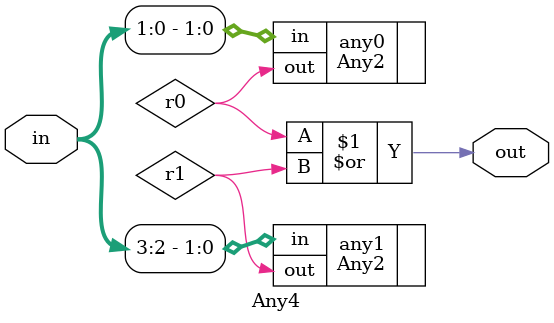
<source format=v>
`ifndef GUARD_ANY4_CPP
`define GUARD_ANY4_CPP

`include "Any2.v"

module Any4 (
    in,
    out
);

    input [3:0] in;
    output out;

    wire r0;
    wire r1;

    Any2 any0 (
        .in(in[1:0]),
        .out(r0)
    );
    Any2 any1 (
        .in(in[3:2]),
        .out(r1)
    );

    assign out = r0 | r1;

endmodule // Any4

`endif

</source>
